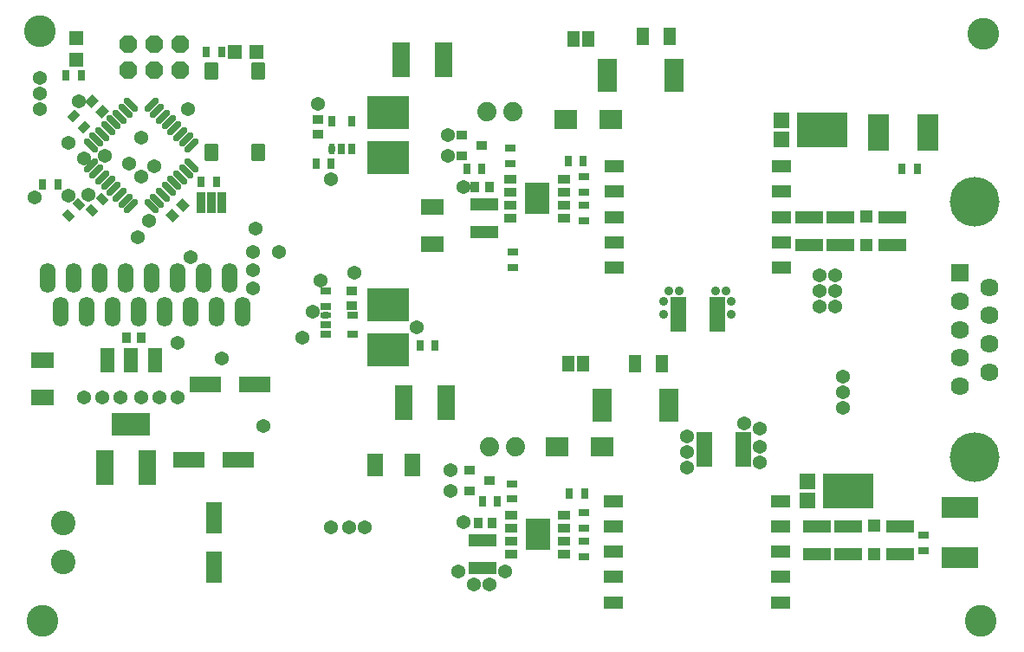
<source format=gts>
%FSTAX23Y23*%
%MOMM*%
%SFA1B1*%

%IPPOS*%
%AMD102*
4,1,4,-0.071120,-0.635000,0.635000,0.071120,0.071120,0.635000,-0.635000,-0.071120,-0.071120,-0.635000,0.0*
%
%AMD108*
4,1,4,-0.670560,0.035560,0.035560,-0.670560,0.670560,-0.035560,-0.035560,0.670560,-0.670560,0.035560,0.0*
%
%AMD109*
4,1,4,0.035560,0.670560,-0.670560,-0.035560,-0.035560,-0.670560,0.670560,0.035560,0.035560,0.670560,0.0*
%
%AMD110*
4,1,4,0.635000,-0.071120,-0.071120,0.635000,-0.635000,0.071120,0.071120,-0.635000,0.635000,-0.071120,0.0*
%
%AMD118*
4,1,8,-0.701040,0.678180,-0.701040,-0.678180,-0.553720,-0.825500,0.553720,-0.825500,0.701040,-0.678180,0.701040,0.678180,0.553720,0.825500,-0.553720,0.825500,-0.701040,0.678180,0.0*
1,1,0.296600,-0.553720,0.678180*
1,1,0.296600,-0.553720,-0.678180*
1,1,0.296600,0.553720,-0.678180*
1,1,0.296600,0.553720,0.678180*
%
%AMD119*
4,1,4,-0.617220,-0.157480,-0.157480,-0.617220,0.617220,0.157480,0.157480,0.617220,-0.617220,-0.157480,0.0*
1,1,0.651600,-0.388620,-0.388620*
1,1,0.651600,0.388620,0.388620*
%
%AMD120*
4,1,4,0.157480,-0.617220,0.617220,-0.157480,-0.157480,0.617220,-0.617220,0.157480,0.157480,-0.617220,0.0*
1,1,0.651600,0.388620,-0.388620*
1,1,0.651600,-0.388620,0.388620*
%
%AMD133*
4,1,8,0.419100,0.838200,-0.419100,0.838200,-0.838200,0.419100,-0.838200,-0.419100,-0.419100,-0.838200,0.419100,-0.838200,0.838200,-0.419100,0.838200,0.419100,0.419100,0.838200,0.0*
%
%ADD86R,2.701595X1.201598*%
%ADD87R,3.601593X2.101596*%
%ADD88R,2.281595X1.621597*%
%ADD89R,1.651597X3.401593*%
%ADD90R,1.621597X2.281595*%
%ADD91R,1.001598X0.801598*%
%ADD92R,0.801598X1.001598*%
%ADD93R,1.001598X0.901598*%
%ADD94R,1.244598X0.863598*%
%ADD95R,2.362195X3.098794*%
%ADD96R,1.523997X3.124194*%
%ADD97R,1.981596X1.271597*%
%ADD98R,1.201598X1.501597*%
%ADD99R,0.901598X1.001598*%
%ADD100R,3.124194X1.523997*%
%ADD101R,1.201598X1.801596*%
G04~CAMADD=102~9~0.0~0.0~394.3~315.6~0.0~0.0~0~0.0~0.0~0.0~0.0~0~0.0~0.0~0.0~0.0~0~0.0~0.0~0.0~225.0~500.0~499.0*
%ADD102D102*%
%ADD103R,1.901596X3.301593*%
%ADD104R,1.301597X1.301597*%
%ADD105R,1.501597X1.491597*%
%ADD106R,4.961590X3.461593*%
%ADD107R,4.101592X3.201594*%
G04~CAMADD=108~9~0.0~0.0~394.3~355.0~0.0~0.0~0~0.0~0.0~0.0~0.0~0~0.0~0.0~0.0~0.0~0~0.0~0.0~0.0~135.0~528.0~527.0*
%ADD108D108*%
G04~CAMADD=109~9~0.0~0.0~394.3~355.0~0.0~0.0~0~0.0~0.0~0.0~0.0~0~0.0~0.0~0.0~0.0~0~0.0~0.0~0.0~45.0~528.0~527.0*
%ADD109D109*%
G04~CAMADD=110~9~0.0~0.0~394.3~315.6~0.0~0.0~0~0.0~0.0~0.0~0.0~0~0.0~0.0~0.0~0.0~0~0.0~0.0~0.0~315.0~500.0~499.0*
%ADD110D110*%
%ADD111R,1.320797X1.320797*%
%ADD112R,1.501597X3.401593*%
%ADD113R,2.201596X1.901596*%
%ADD114O,1.101598X0.651599*%
%ADD115R,1.101598X0.651599*%
%ADD116O,0.651599X1.101598*%
%ADD117R,0.651599X1.101598*%
G04~CAMADD=118~8~0.0~0.0~650.2~551.8~58.4~0.0~15~0.0~0.0~0.0~0.0~0~0.0~0.0~0.0~0.0~0~0.0~0.0~0.0~90.0~552.0~650.0*
%ADD118D118*%
G04~CAMADD=119~3~0.0~0.0~256.5~689.6~0.0~0.0~0~0.0~0.0~0.0~0.0~0~0.0~0.0~0.0~0.0~0~0.0~0.0~0.0~135.0~562.0~562.0*
%ADD119D119*%
G04~CAMADD=120~3~0.0~0.0~256.5~689.6~0.0~0.0~0~0.0~0.0~0.0~0.0~0~0.0~0.0~0.0~0.0~0~0.0~0.0~0.0~225.0~562.0~562.0*
%ADD120D120*%
%ADD121R,1.320797X1.320797*%
%ADD122R,0.812798X2.108196*%
%ADD123R,1.320797X2.336795*%
%ADD124R,3.708393X2.311395*%
%ADD125R,2.101596X3.601593*%
%ADD126C,3.101594*%
%ADD127O,1.523997X2.946394*%
%ADD128C,1.879596*%
%ADD129C,2.401595*%
%ADD130C,1.791596*%
%ADD131R,1.791596X1.791596*%
%ADD132C,4.861590*%
G04~CAMADD=133~4~0.0~0.0~660.0~660.0~0.0~165.0~0~0.0~0.0~0.0~0.0~0~0.0~0.0~0.0~0.0~0~0.0~0.0~0.0~0.0~660.0~660.0*
%ADD133D133*%
%ADD134C,1.371597*%
%ADD135C,0.901598*%
%LNlv1-1*%
%LPD*%
G54D86*
X86613Y44275D03*
Y41575D03*
X87375Y14049D03*
Y11349D03*
X46511Y12693D03*
Y09993D03*
X78485Y41575D03*
Y44275D03*
X81533Y41575D03*
Y44275D03*
X46735Y45545D03*
Y42845D03*
X82295Y11349D03*
Y14049D03*
X79247Y11349D03*
Y14049D03*
G54D87*
X93217Y15911D03*
Y11011D03*
G54D88*
X03555Y30287D03*
Y26607D03*
X41655Y45273D03*
Y41593D03*
G54D89*
X13783Y19811D03*
X09583D03*
X42739Y59689D03*
X38539D03*
X42993Y26161D03*
X38793D03*
G54D90*
X39685Y20065D03*
X36005D03*
G54D91*
X49529Y40881D03*
Y39381D03*
X56417Y15395D03*
Y13895D03*
Y12601D03*
Y11101D03*
X31241Y37071D03*
Y35571D03*
X49275Y49541D03*
Y51041D03*
X5647Y43953D03*
Y45453D03*
Y46747D03*
Y48247D03*
X89661Y13195D03*
Y11695D03*
X49385Y18221D03*
Y16721D03*
G54D92*
X41897Y31749D03*
X40397D03*
X47993Y16509D03*
X46493D03*
X31737Y49529D03*
X30237D03*
X54875Y49783D03*
X56375D03*
X05813Y58165D03*
X07313D03*
X20521Y47751D03*
X19021D03*
X19529Y60451D03*
X21029D03*
X03527Y47497D03*
X05027D03*
X89039Y49021D03*
X87539D03*
X46469D03*
X44969D03*
X56485Y17217D03*
X54985D03*
G54D93*
X46465Y51307D03*
X44465Y52307D03*
Y50307D03*
X47227Y18541D03*
X45227Y19541D03*
Y17541D03*
X33781Y35621D03*
Y37021D03*
X30479Y52385D03*
Y53785D03*
G54D94*
X49275Y48005D03*
Y46735D03*
Y45465D03*
Y44195D03*
X54482Y48005D03*
Y46735D03*
Y45465D03*
Y44195D03*
X54512Y11343D03*
Y12613D03*
Y13883D03*
Y15153D03*
X49305Y11343D03*
Y12613D03*
Y13883D03*
Y15153D03*
G54D95*
X51879Y461D03*
X51909Y13248D03*
G54D96*
X20319Y14845D03*
Y10032D03*
G54D97*
X75691Y16523D03*
Y14043D03*
Y11563D03*
Y09083D03*
Y06603D03*
X59331Y16523D03*
Y14043D03*
Y11563D03*
Y09083D03*
Y06603D03*
X59371Y39315D03*
Y41795D03*
Y44275D03*
Y46755D03*
Y49235D03*
X75731Y39315D03*
Y41795D03*
Y44275D03*
Y46755D03*
Y49235D03*
G54D98*
X54875Y29971D03*
X56375D03*
X56883Y61721D03*
X55383D03*
G54D99*
X47465Y14391D03*
X46066D03*
X45781Y47243D03*
X47181D03*
X11745Y32511D03*
X13145D03*
G54D100*
X17866Y20573D03*
X22679D03*
X1943Y27939D03*
X24243D03*
G54D101*
X64849Y61975D03*
X62149D03*
X61387Y29971D03*
X64087D03*
G54D102*
X06541Y54124D03*
X07602Y53063D03*
G54D103*
X58725Y58165D03*
X65225D03*
X58217Y25907D03*
X64717D03*
G54D104*
X84073Y44325D03*
Y41525D03*
X84835Y14099D03*
Y11299D03*
G54D105*
X75773Y51911D03*
Y53751D03*
X78313Y16605D03*
Y18445D03*
G54D106*
X79755Y52831D03*
X82295Y17525D03*
G54D107*
X37337Y31327D03*
Y35727D03*
Y54523D03*
Y50123D03*
G54D108*
X17218Y45452D03*
X16228Y44462D03*
G54D109*
X09344Y54622D03*
X08354Y55612D03*
G54D110*
X06033Y44427D03*
X07094Y45488D03*
X08319Y44935D03*
X0938Y45996D03*
G54D111*
X06817Y61772D03*
Y59655D03*
G54D112*
X65663Y34797D03*
X69463D03*
X68203Y21589D03*
X72003D03*
G54D113*
X53789Y21789D03*
X58189D03*
X54695Y53847D03*
X59095D03*
G54D114*
X31161Y34731D03*
G54D115*
X31161Y33781D03*
Y32831D03*
X33861Y34731D03*
Y32831D03*
G54D116*
X31815Y50973D03*
G54D117*
X32765Y50973D03*
X33715D03*
X31815Y53673D03*
X33715D03*
G54D118*
X24561Y58584D03*
Y50634D03*
X20061Y58584D03*
Y50634D03*
G54D119*
X12178Y45342D03*
X11612Y45907D03*
X11046Y46473D03*
X1048Y47039D03*
X09915Y47604D03*
X09349Y4817D03*
X08783Y48736D03*
X08218Y49302D03*
X14157Y55241D03*
X14723Y54676D03*
X15289Y5411D03*
X15854Y53544D03*
X1642Y52978D03*
X16986Y52413D03*
X17552Y51847D03*
X18117Y51281D03*
G54D120*
X08218Y51281D03*
X08783Y51847D03*
X09349Y52413D03*
X09915Y52978D03*
X1048Y53544D03*
X11046Y5411D03*
X11612Y54676D03*
X12178Y55241D03*
X18117Y49302D03*
X17552Y48736D03*
X16986Y4817D03*
X1642Y47604D03*
X15854Y47039D03*
X15289Y46473D03*
X14723Y45907D03*
X14157Y45342D03*
G54D121*
X24394Y60451D03*
X22277D03*
G54D122*
X21025Y45719D03*
X20025D03*
X19009D03*
G54D123*
X14503Y30276D03*
X12191D03*
X0988D03*
G54D124*
X12191Y24053D03*
G54D125*
X90079Y52577D03*
X85179D03*
G54D126*
X95249Y04825D03*
X95503Y62229D03*
X03555Y04825D03*
X03301Y62483D03*
G54D127*
X05293Y35051D03*
X07833D03*
X10373D03*
X12913D03*
X15453D03*
X17993D03*
X20533D03*
X23073D03*
X21803Y38353D03*
X19263D03*
X16723D03*
X14183D03*
X11643D03*
X09103D03*
X06563D03*
X04023D03*
G54D128*
X47243Y21843D03*
X49783D03*
X46989Y54609D03*
X49529D03*
G54D129*
X05587Y1435D03*
Y1054D03*
G54D130*
X93219Y27733D03*
X96059Y29118D03*
X93219Y30503D03*
X96059Y31888D03*
X93219Y33273D03*
X96059Y34658D03*
X93219Y36043D03*
X96059Y37428D03*
G54D131*
X93219Y38813D03*
G54D132*
X94639Y45768D03*
Y20778D03*
G54D133*
X11897Y58673D03*
Y61213D03*
X14437Y58673D03*
Y61213D03*
X16977Y58673D03*
Y61213D03*
G54D134*
X81025Y37083D03*
Y35559D03*
X81787Y25653D03*
Y27177D03*
Y28701D03*
X35051Y13969D03*
X33527D03*
X31749D03*
X25145Y23875D03*
X24129Y39115D03*
X28955Y32511D03*
X40131Y33527D03*
X18033Y40385D03*
X34035Y38833D03*
X30733Y38099D03*
X26669Y40893D03*
X21081Y30479D03*
X31749Y48005D03*
X24129Y37337D03*
X30479Y55371D03*
X29971Y35051D03*
X43433Y19557D03*
X43179Y52323D03*
X43433Y17525D03*
X43179Y50291D03*
X44195Y09651D03*
X48767D03*
X47243Y08381D03*
X45719D03*
X44703Y14477D03*
Y47243D03*
X81025Y38607D03*
X79501Y35559D03*
Y37083D03*
Y38607D03*
X12024Y49529D03*
X07981Y46485D03*
X06055Y51561D03*
X09639Y50298D03*
X07579Y50037D03*
X12806Y42352D03*
X13167Y48259D03*
Y52069D03*
X13929Y43941D03*
X17739Y54863D03*
X14437Y49275D03*
X06074Y46356D03*
X24108Y40893D03*
X03261Y57911D03*
X07071Y55625D03*
X24343Y43179D03*
X03261Y56387D03*
Y54863D03*
X02753Y46227D03*
X16763Y32003D03*
X11175Y26669D03*
X13207D03*
X14985D03*
X16763D03*
X09397D03*
X07619D03*
X66547Y22859D03*
Y21335D03*
Y19811D03*
X72135Y24129D03*
X73659Y23621D03*
Y21843D03*
Y20319D03*
G54D135*
X70865Y36067D03*
Y34797D03*
X70357Y37083D03*
X69341D03*
X64261Y34797D03*
Y36067D03*
X64769Y37083D03*
X65785D03*
M02*
</source>
